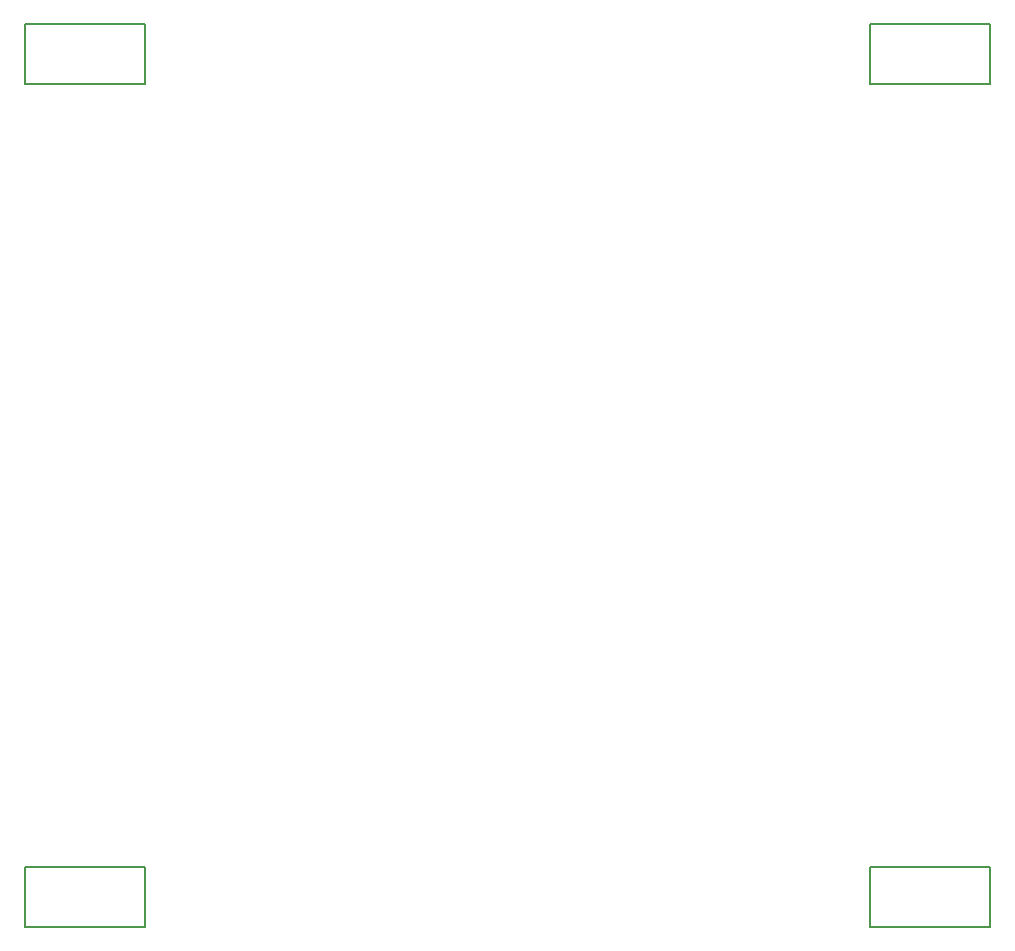
<source format=gbo>
G04*
G04 #@! TF.GenerationSoftware,Altium Limited,Altium Designer,18.1.11 (251)*
G04*
G04 Layer_Color=32896*
%FSLAX24Y24*%
%MOIN*%
G70*
G01*
G75*
%ADD10C,0.0079*%
D10*
X130587Y143524D02*
Y145524D01*
X126587Y143524D02*
X130587D01*
X126587D02*
Y145524D01*
X130587D01*
X158745Y143524D02*
Y145524D01*
X154745Y143524D02*
X158745D01*
X154745D02*
Y145524D01*
X158745D01*
X130587Y171635D02*
Y173635D01*
X126587Y171635D02*
X130587D01*
X126587D02*
Y173635D01*
X130587D01*
X158745Y171635D02*
Y173635D01*
X154745Y171635D02*
X158745D01*
X154745D02*
Y173635D01*
X158745D01*
M02*

</source>
